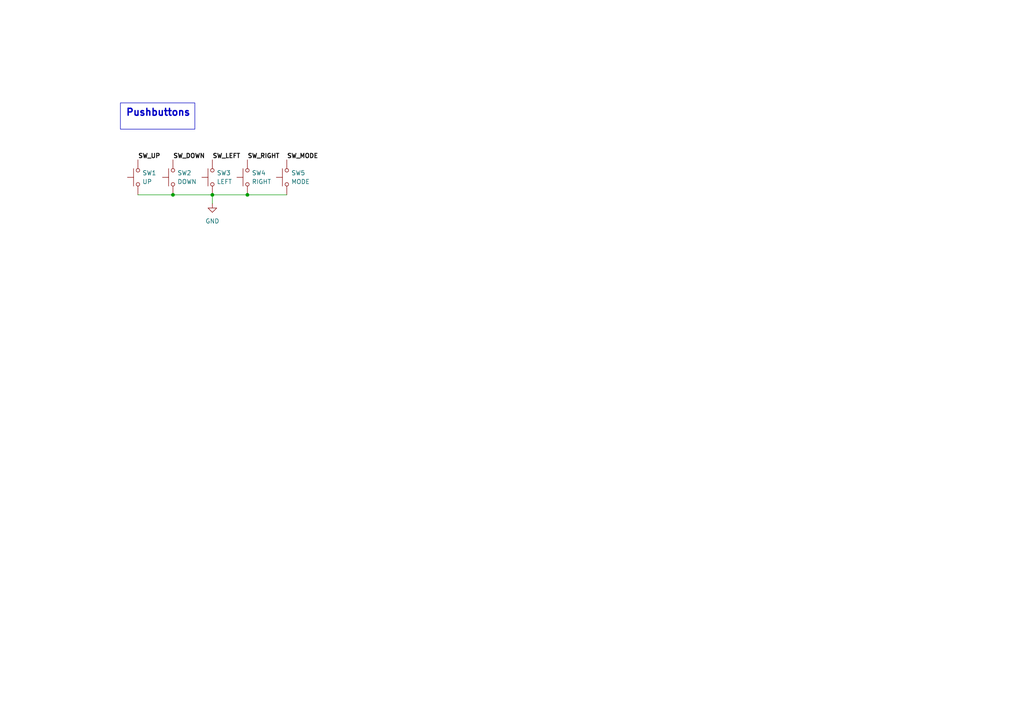
<source format=kicad_sch>
(kicad_sch (version 20231120) (generator "eeschema") (generator_version "8.0")
  (paper "A4")
  (lib_symbols
    (symbol "ECE445L:SW_Push" (pin_numbers hide) (pin_names (offset 1.016) hide)
      (property "Reference" "SW101" (at 1.27 -1.27 90))
      (property "Value" "UP" (at -1.27 -1.27 90))
      (symbol "SW_Push_0_1"
        (circle (center -2.032 0) (radius 0.508))
        (polyline (pts (xy 0 1.27) (xy 0 3.048)))
        (polyline (pts (xy 2.54 1.27) (xy -2.54 1.27)))
        (circle (center 2.032 0) (radius 0.508))
        (pin passive line (at -5.08 0 0) (length 2.54) (name "1") (number "1"))
        (pin passive line (at 5.08 0 180) (length 2.54) (name "2") (number "2"))
      )
    )
    (symbol "power:GND" (power) (pin_numbers hide) (pin_names (offset 0) hide)
      (property "Value" "GND" (at 0 -3.81 0))
      (symbol "GND_0_1"
        (polyline (pts (xy 0 0) (xy 0 -1.27) (xy 1.27 -1.27) (xy 0 -2.54) (xy -1.27 -1.27) (xy 0 -1.27)))
      )
      (symbol "GND_1_1"
        (pin power_in line (at 0 0 270) (length 0) (name "~") (number "1"))
      )
    )
  )
  (junction (at 50.165 56.515))
  (junction (at 71.755 56.515))
  (junction (at 61.595 56.515))
  (wire (pts (xy 61.595 56.515) (xy 61.595 59.055)))
  (wire (pts (xy 61.595 56.515) (xy 71.755 56.515)))
  (wire (pts (xy 71.755 56.515) (xy 83.185 56.515)))
  (wire (pts (xy 40.005 56.515) (xy 50.165 56.515)))
  (wire (pts (xy 50.165 56.515) (xy 61.595 56.515)))
  (text_box "Pushbuttons" (at 34.925 29.845 0) (size 21.59 7.62) (effects (font (size 2 2) (thickness 0.4) (bold yes)) (justify left top)))
  (label "SW_RIGHT" (at 71.755 46.355 0) (effects (font (bold yes))))
  (label "SW_MODE" (at 83.185 46.355 0) (effects (font (bold yes))))
  (label "SW_DOWN" (at 50.165 46.355 0) (effects (font (bold yes))))
  (label "SW_LEFT" (at 61.595 46.355 0) (effects (font (bold yes))))
  (label "SW_UP" (at 40.005 46.355 0) (effects (font (bold yes))))
  (symbol (lib_id "ECE445L:SW_Push") (at 83.185 51.435 90) (unit 1)
    (property "Reference" "SW5" (at 84.455 50.1649 90) (effects (justify right)))
    (property "Value" "MODE" (at 84.455 52.7049 90) (effects (justify right)))
    (property "Footprint" "ECE445L:SW_PUSH_6mm" (effects (hide yes)))
    (property "Description" "Push button switch, generic, two pins" (effects (hide yes)))
  )
  (symbol (lib_id "ECE445L:SW_Push") (at 61.595 51.435 90) (unit 1)
    (property "Reference" "SW3" (at 62.865 50.1649 90) (effects (justify right)))
    (property "Value" "LEFT" (at 62.865 52.7049 90) (effects (justify right)))
    (property "Footprint" "ECE445L:SW_PUSH_6mm" (effects (hide yes)))
    (property "Description" "Push button switch, generic, two pins" (effects (hide yes)))
  )
  (symbol (lib_id "power:GND") (at 61.595 59.055 0) (unit 1)
    (property "Reference" "#PWR03" (effects (hide yes)))
    (property "Value" "GND" (at 61.595 64.135 0))
    (property "Description" "Power symbol creates a global label with name \"GND\" , ground" (effects (hide yes)))
  )
  (symbol (lib_id "ECE445L:SW_Push") (at 71.755 51.435 90) (unit 1)
    (property "Reference" "SW4" (at 73.025 50.1649 90) (effects (justify right)))
    (property "Value" "RIGHT" (at 73.025 52.7049 90) (effects (justify right)))
    (property "Footprint" "ECE445L:SW_PUSH_6mm" (effects (hide yes)))
    (property "Description" "Push button switch, generic, two pins" (effects (hide yes)))
  )
  (symbol (lib_id "ECE445L:SW_Push") (at 50.165 51.435 90) (unit 1)
    (property "Reference" "SW2" (at 51.435 50.1649 90) (effects (justify right)))
    (property "Value" "DOWN" (at 51.435 52.7049 90) (effects (justify right)))
    (property "Footprint" "ECE445L:SW_PUSH_6mm" (effects (hide yes)))
    (property "Description" "Push button switch, generic, two pins" (effects (hide yes)))
  )
  (symbol (lib_id "ECE445L:SW_Push") (at 40.005 51.435 90) (unit 1)
    (property "Reference" "SW1" (at 41.275 50.1649 90) (effects (justify right)))
    (property "Value" "UP" (at 41.275 52.7049 90) (effects (justify right)))
    (property "Footprint" "ECE445L:SW_PUSH_6mm" (effects (hide yes)))
    (property "Description" "Push button switch, generic, two pins" (effects (hide yes)))
  )
)
</source>
